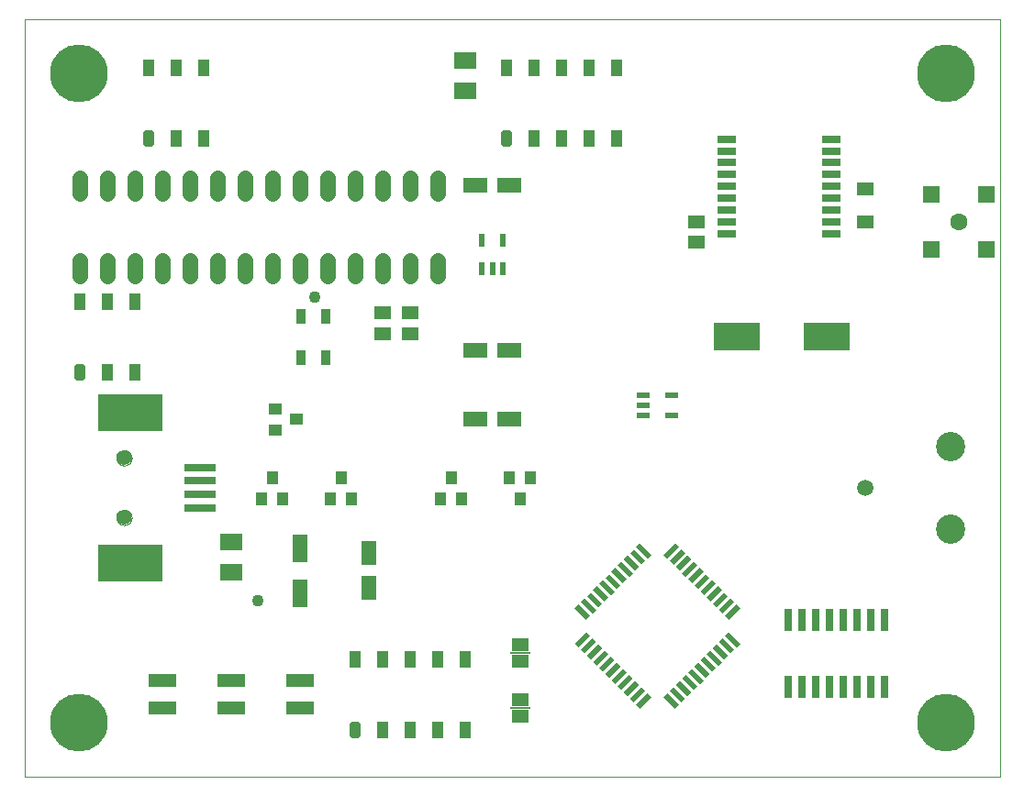
<source format=gts>
G75*
%MOIN*%
%OFA0B0*%
%FSLAX25Y25*%
%IPPOS*%
%LPD*%
%AMOC8*
5,1,8,0,0,1.08239X$1,22.5*
%
%ADD10C,0.00000*%
%ADD11C,0.05562*%
%ADD12R,0.05512X0.10236*%
%ADD13R,0.03937X0.04724*%
%ADD14R,0.07874X0.06299*%
%ADD15R,0.10000X0.05000*%
%ADD16R,0.03937X0.05906*%
%ADD17C,0.01969*%
%ADD18R,0.02600X0.08000*%
%ADD19R,0.05906X0.01969*%
%ADD20R,0.01969X0.05906*%
%ADD21R,0.07100X0.02800*%
%ADD22R,0.05906X0.05118*%
%ADD23R,0.06299X0.04724*%
%ADD24R,0.06300X0.04600*%
%ADD25R,0.07200X0.00600*%
%ADD26R,0.05512X0.08661*%
%ADD27C,0.06299*%
%ADD28R,0.06299X0.06299*%
%ADD29R,0.02200X0.05000*%
%ADD30R,0.03543X0.05512*%
%ADD31C,0.10630*%
%ADD32C,0.05984*%
%ADD33R,0.23780X0.13386*%
%ADD34R,0.11811X0.02756*%
%ADD35C,0.05512*%
%ADD36C,0.21000*%
%ADD37R,0.16929X0.09843*%
%ADD38R,0.04724X0.03937*%
%ADD39R,0.05000X0.02200*%
%ADD40R,0.08661X0.05512*%
%ADD41C,0.04331*%
D10*
X0055902Y0001800D02*
X0055902Y0277391D01*
X0410233Y0277391D01*
X0410233Y0001800D01*
X0055902Y0001800D01*
X0089370Y0096149D02*
X0089372Y0096254D01*
X0089378Y0096359D01*
X0089388Y0096463D01*
X0089402Y0096567D01*
X0089420Y0096671D01*
X0089442Y0096773D01*
X0089467Y0096875D01*
X0089497Y0096976D01*
X0089530Y0097075D01*
X0089567Y0097173D01*
X0089608Y0097270D01*
X0089653Y0097365D01*
X0089701Y0097458D01*
X0089752Y0097550D01*
X0089808Y0097639D01*
X0089866Y0097726D01*
X0089928Y0097811D01*
X0089992Y0097894D01*
X0090060Y0097974D01*
X0090131Y0098051D01*
X0090205Y0098125D01*
X0090282Y0098197D01*
X0090361Y0098266D01*
X0090443Y0098331D01*
X0090527Y0098394D01*
X0090614Y0098453D01*
X0090703Y0098509D01*
X0090794Y0098562D01*
X0090887Y0098611D01*
X0090981Y0098656D01*
X0091077Y0098698D01*
X0091175Y0098736D01*
X0091274Y0098770D01*
X0091375Y0098801D01*
X0091476Y0098827D01*
X0091579Y0098850D01*
X0091682Y0098869D01*
X0091786Y0098884D01*
X0091890Y0098895D01*
X0091995Y0098902D01*
X0092100Y0098905D01*
X0092205Y0098904D01*
X0092310Y0098899D01*
X0092414Y0098890D01*
X0092518Y0098877D01*
X0092622Y0098860D01*
X0092725Y0098839D01*
X0092827Y0098814D01*
X0092928Y0098786D01*
X0093027Y0098753D01*
X0093126Y0098717D01*
X0093223Y0098677D01*
X0093318Y0098634D01*
X0093412Y0098586D01*
X0093504Y0098536D01*
X0093594Y0098482D01*
X0093682Y0098424D01*
X0093767Y0098363D01*
X0093850Y0098299D01*
X0093931Y0098232D01*
X0094009Y0098162D01*
X0094084Y0098088D01*
X0094156Y0098013D01*
X0094226Y0097934D01*
X0094292Y0097853D01*
X0094356Y0097769D01*
X0094416Y0097683D01*
X0094472Y0097595D01*
X0094526Y0097504D01*
X0094576Y0097412D01*
X0094622Y0097318D01*
X0094665Y0097222D01*
X0094704Y0097124D01*
X0094739Y0097026D01*
X0094770Y0096925D01*
X0094798Y0096824D01*
X0094822Y0096722D01*
X0094842Y0096619D01*
X0094858Y0096515D01*
X0094870Y0096411D01*
X0094878Y0096306D01*
X0094882Y0096201D01*
X0094882Y0096097D01*
X0094878Y0095992D01*
X0094870Y0095887D01*
X0094858Y0095783D01*
X0094842Y0095679D01*
X0094822Y0095576D01*
X0094798Y0095474D01*
X0094770Y0095373D01*
X0094739Y0095272D01*
X0094704Y0095174D01*
X0094665Y0095076D01*
X0094622Y0094980D01*
X0094576Y0094886D01*
X0094526Y0094794D01*
X0094472Y0094703D01*
X0094416Y0094615D01*
X0094356Y0094529D01*
X0094292Y0094445D01*
X0094226Y0094364D01*
X0094156Y0094285D01*
X0094084Y0094210D01*
X0094009Y0094136D01*
X0093931Y0094066D01*
X0093850Y0093999D01*
X0093767Y0093935D01*
X0093682Y0093874D01*
X0093594Y0093816D01*
X0093504Y0093762D01*
X0093412Y0093712D01*
X0093318Y0093664D01*
X0093223Y0093621D01*
X0093126Y0093581D01*
X0093027Y0093545D01*
X0092928Y0093512D01*
X0092827Y0093484D01*
X0092725Y0093459D01*
X0092622Y0093438D01*
X0092518Y0093421D01*
X0092414Y0093408D01*
X0092310Y0093399D01*
X0092205Y0093394D01*
X0092100Y0093393D01*
X0091995Y0093396D01*
X0091890Y0093403D01*
X0091786Y0093414D01*
X0091682Y0093429D01*
X0091579Y0093448D01*
X0091476Y0093471D01*
X0091375Y0093497D01*
X0091274Y0093528D01*
X0091175Y0093562D01*
X0091077Y0093600D01*
X0090981Y0093642D01*
X0090887Y0093687D01*
X0090794Y0093736D01*
X0090703Y0093789D01*
X0090614Y0093845D01*
X0090527Y0093904D01*
X0090443Y0093967D01*
X0090361Y0094032D01*
X0090282Y0094101D01*
X0090205Y0094173D01*
X0090131Y0094247D01*
X0090060Y0094324D01*
X0089992Y0094404D01*
X0089928Y0094487D01*
X0089866Y0094572D01*
X0089808Y0094659D01*
X0089752Y0094748D01*
X0089701Y0094840D01*
X0089653Y0094933D01*
X0089608Y0095028D01*
X0089567Y0095125D01*
X0089530Y0095223D01*
X0089497Y0095322D01*
X0089467Y0095423D01*
X0089442Y0095525D01*
X0089420Y0095627D01*
X0089402Y0095731D01*
X0089388Y0095835D01*
X0089378Y0095939D01*
X0089372Y0096044D01*
X0089370Y0096149D01*
X0089370Y0117802D02*
X0089372Y0117907D01*
X0089378Y0118012D01*
X0089388Y0118116D01*
X0089402Y0118220D01*
X0089420Y0118324D01*
X0089442Y0118426D01*
X0089467Y0118528D01*
X0089497Y0118629D01*
X0089530Y0118728D01*
X0089567Y0118826D01*
X0089608Y0118923D01*
X0089653Y0119018D01*
X0089701Y0119111D01*
X0089752Y0119203D01*
X0089808Y0119292D01*
X0089866Y0119379D01*
X0089928Y0119464D01*
X0089992Y0119547D01*
X0090060Y0119627D01*
X0090131Y0119704D01*
X0090205Y0119778D01*
X0090282Y0119850D01*
X0090361Y0119919D01*
X0090443Y0119984D01*
X0090527Y0120047D01*
X0090614Y0120106D01*
X0090703Y0120162D01*
X0090794Y0120215D01*
X0090887Y0120264D01*
X0090981Y0120309D01*
X0091077Y0120351D01*
X0091175Y0120389D01*
X0091274Y0120423D01*
X0091375Y0120454D01*
X0091476Y0120480D01*
X0091579Y0120503D01*
X0091682Y0120522D01*
X0091786Y0120537D01*
X0091890Y0120548D01*
X0091995Y0120555D01*
X0092100Y0120558D01*
X0092205Y0120557D01*
X0092310Y0120552D01*
X0092414Y0120543D01*
X0092518Y0120530D01*
X0092622Y0120513D01*
X0092725Y0120492D01*
X0092827Y0120467D01*
X0092928Y0120439D01*
X0093027Y0120406D01*
X0093126Y0120370D01*
X0093223Y0120330D01*
X0093318Y0120287D01*
X0093412Y0120239D01*
X0093504Y0120189D01*
X0093594Y0120135D01*
X0093682Y0120077D01*
X0093767Y0120016D01*
X0093850Y0119952D01*
X0093931Y0119885D01*
X0094009Y0119815D01*
X0094084Y0119741D01*
X0094156Y0119666D01*
X0094226Y0119587D01*
X0094292Y0119506D01*
X0094356Y0119422D01*
X0094416Y0119336D01*
X0094472Y0119248D01*
X0094526Y0119157D01*
X0094576Y0119065D01*
X0094622Y0118971D01*
X0094665Y0118875D01*
X0094704Y0118777D01*
X0094739Y0118679D01*
X0094770Y0118578D01*
X0094798Y0118477D01*
X0094822Y0118375D01*
X0094842Y0118272D01*
X0094858Y0118168D01*
X0094870Y0118064D01*
X0094878Y0117959D01*
X0094882Y0117854D01*
X0094882Y0117750D01*
X0094878Y0117645D01*
X0094870Y0117540D01*
X0094858Y0117436D01*
X0094842Y0117332D01*
X0094822Y0117229D01*
X0094798Y0117127D01*
X0094770Y0117026D01*
X0094739Y0116925D01*
X0094704Y0116827D01*
X0094665Y0116729D01*
X0094622Y0116633D01*
X0094576Y0116539D01*
X0094526Y0116447D01*
X0094472Y0116356D01*
X0094416Y0116268D01*
X0094356Y0116182D01*
X0094292Y0116098D01*
X0094226Y0116017D01*
X0094156Y0115938D01*
X0094084Y0115863D01*
X0094009Y0115789D01*
X0093931Y0115719D01*
X0093850Y0115652D01*
X0093767Y0115588D01*
X0093682Y0115527D01*
X0093594Y0115469D01*
X0093504Y0115415D01*
X0093412Y0115365D01*
X0093318Y0115317D01*
X0093223Y0115274D01*
X0093126Y0115234D01*
X0093027Y0115198D01*
X0092928Y0115165D01*
X0092827Y0115137D01*
X0092725Y0115112D01*
X0092622Y0115091D01*
X0092518Y0115074D01*
X0092414Y0115061D01*
X0092310Y0115052D01*
X0092205Y0115047D01*
X0092100Y0115046D01*
X0091995Y0115049D01*
X0091890Y0115056D01*
X0091786Y0115067D01*
X0091682Y0115082D01*
X0091579Y0115101D01*
X0091476Y0115124D01*
X0091375Y0115150D01*
X0091274Y0115181D01*
X0091175Y0115215D01*
X0091077Y0115253D01*
X0090981Y0115295D01*
X0090887Y0115340D01*
X0090794Y0115389D01*
X0090703Y0115442D01*
X0090614Y0115498D01*
X0090527Y0115557D01*
X0090443Y0115620D01*
X0090361Y0115685D01*
X0090282Y0115754D01*
X0090205Y0115826D01*
X0090131Y0115900D01*
X0090060Y0115977D01*
X0089992Y0116057D01*
X0089928Y0116140D01*
X0089866Y0116225D01*
X0089808Y0116312D01*
X0089752Y0116401D01*
X0089701Y0116493D01*
X0089653Y0116586D01*
X0089608Y0116681D01*
X0089567Y0116778D01*
X0089530Y0116876D01*
X0089497Y0116975D01*
X0089467Y0117076D01*
X0089442Y0117178D01*
X0089420Y0117280D01*
X0089402Y0117384D01*
X0089388Y0117488D01*
X0089378Y0117592D01*
X0089372Y0117697D01*
X0089370Y0117802D01*
D11*
X0085902Y0184019D02*
X0085902Y0189581D01*
X0075902Y0189581D02*
X0075902Y0184019D01*
X0095902Y0184019D02*
X0095902Y0189581D01*
X0105902Y0189581D02*
X0105902Y0184019D01*
X0115902Y0184019D02*
X0115902Y0189581D01*
X0125902Y0189581D02*
X0125902Y0184019D01*
X0135902Y0184019D02*
X0135902Y0189581D01*
X0145902Y0189581D02*
X0145902Y0184019D01*
X0155902Y0184019D02*
X0155902Y0189581D01*
X0165902Y0189581D02*
X0165902Y0184019D01*
X0175902Y0184019D02*
X0175902Y0189581D01*
X0185902Y0189581D02*
X0185902Y0184019D01*
X0195902Y0184019D02*
X0195902Y0189581D01*
X0205902Y0189581D02*
X0205902Y0184019D01*
X0205902Y0214019D02*
X0205902Y0219581D01*
X0195902Y0219581D02*
X0195902Y0214019D01*
X0185902Y0214019D02*
X0185902Y0219581D01*
X0175902Y0219581D02*
X0175902Y0214019D01*
X0165902Y0214019D02*
X0165902Y0219581D01*
X0155902Y0219581D02*
X0155902Y0214019D01*
X0145902Y0214019D02*
X0145902Y0219581D01*
X0135902Y0219581D02*
X0135902Y0214019D01*
X0125902Y0214019D02*
X0125902Y0219581D01*
X0115902Y0219581D02*
X0115902Y0214019D01*
X0105902Y0214019D02*
X0105902Y0219581D01*
X0095902Y0219581D02*
X0095902Y0214019D01*
X0085902Y0214019D02*
X0085902Y0219581D01*
X0075902Y0219581D02*
X0075902Y0214019D01*
D12*
X0155902Y0084871D03*
X0155902Y0068729D03*
D13*
X0149839Y0102863D03*
X0141965Y0102863D03*
X0145902Y0110737D03*
X0166965Y0102863D03*
X0174839Y0102863D03*
X0170902Y0110737D03*
X0206965Y0102863D03*
X0214839Y0102863D03*
X0210902Y0110737D03*
X0231965Y0110737D03*
X0239839Y0110737D03*
X0235902Y0102863D03*
D14*
X0130902Y0087312D03*
X0130902Y0076288D03*
X0215902Y0251288D03*
X0215902Y0262312D03*
D15*
X0155902Y0036800D03*
X0155902Y0026800D03*
X0130902Y0026800D03*
X0130902Y0036800D03*
X0105902Y0036800D03*
X0105902Y0026800D03*
D16*
X0175902Y0044595D03*
X0185902Y0044595D03*
X0195902Y0044595D03*
X0205902Y0044595D03*
X0215902Y0044595D03*
X0215902Y0019005D03*
X0205902Y0019005D03*
X0195902Y0019005D03*
X0185902Y0019005D03*
X0095902Y0149005D03*
X0085902Y0149005D03*
X0085902Y0174595D03*
X0075902Y0174595D03*
X0095902Y0174595D03*
X0110902Y0234005D03*
X0120902Y0234005D03*
X0120902Y0259595D03*
X0110902Y0259595D03*
X0100902Y0259595D03*
X0230902Y0259595D03*
X0240902Y0259595D03*
X0250902Y0259595D03*
X0260902Y0259595D03*
X0270902Y0259595D03*
X0270902Y0234005D03*
X0260902Y0234005D03*
X0250902Y0234005D03*
X0240902Y0234005D03*
D17*
X0229918Y0232036D02*
X0229918Y0235974D01*
X0231886Y0235974D01*
X0231886Y0232036D01*
X0229918Y0232036D01*
X0229918Y0234004D02*
X0231886Y0234004D01*
X0231886Y0235972D02*
X0229918Y0235972D01*
X0099918Y0235974D02*
X0099918Y0232036D01*
X0099918Y0235974D02*
X0101886Y0235974D01*
X0101886Y0232036D01*
X0099918Y0232036D01*
X0099918Y0234004D02*
X0101886Y0234004D01*
X0101886Y0235972D02*
X0099918Y0235972D01*
X0074918Y0150974D02*
X0074918Y0147036D01*
X0074918Y0150974D02*
X0076886Y0150974D01*
X0076886Y0147036D01*
X0074918Y0147036D01*
X0074918Y0149004D02*
X0076886Y0149004D01*
X0076886Y0150972D02*
X0074918Y0150972D01*
X0174918Y0020974D02*
X0174918Y0017036D01*
X0174918Y0020974D02*
X0176886Y0020974D01*
X0176886Y0017036D01*
X0174918Y0017036D01*
X0174918Y0019004D02*
X0176886Y0019004D01*
X0176886Y0020972D02*
X0174918Y0020972D01*
D18*
X0333402Y0034700D03*
X0338402Y0034700D03*
X0343402Y0034700D03*
X0348402Y0034700D03*
X0353402Y0034700D03*
X0358402Y0034700D03*
X0363402Y0034700D03*
X0368402Y0034700D03*
X0368402Y0058900D03*
X0363402Y0058900D03*
X0358402Y0058900D03*
X0353402Y0058900D03*
X0348402Y0058900D03*
X0343402Y0058900D03*
X0338402Y0058900D03*
X0333402Y0058900D03*
D19*
G36*
X0314576Y0049006D02*
X0310401Y0053181D01*
X0311792Y0054572D01*
X0315967Y0050397D01*
X0314576Y0049006D01*
G37*
G36*
X0312349Y0046779D02*
X0308174Y0050954D01*
X0309565Y0052345D01*
X0313740Y0048170D01*
X0312349Y0046779D01*
G37*
G36*
X0310122Y0044552D02*
X0305947Y0048727D01*
X0307338Y0050118D01*
X0311513Y0045943D01*
X0310122Y0044552D01*
G37*
G36*
X0307895Y0042325D02*
X0303720Y0046500D01*
X0305111Y0047891D01*
X0309286Y0043716D01*
X0307895Y0042325D01*
G37*
G36*
X0305668Y0040098D02*
X0301493Y0044273D01*
X0302884Y0045664D01*
X0307059Y0041489D01*
X0305668Y0040098D01*
G37*
G36*
X0303441Y0037870D02*
X0299266Y0042045D01*
X0300657Y0043436D01*
X0304832Y0039261D01*
X0303441Y0037870D01*
G37*
G36*
X0301214Y0035643D02*
X0297039Y0039818D01*
X0298430Y0041209D01*
X0302605Y0037034D01*
X0301214Y0035643D01*
G37*
G36*
X0298987Y0033416D02*
X0294812Y0037591D01*
X0296203Y0038982D01*
X0300378Y0034807D01*
X0298987Y0033416D01*
G37*
G36*
X0296759Y0031189D02*
X0292584Y0035364D01*
X0293975Y0036755D01*
X0298150Y0032580D01*
X0296759Y0031189D01*
G37*
G36*
X0294532Y0028962D02*
X0290357Y0033137D01*
X0291748Y0034528D01*
X0295923Y0030353D01*
X0294532Y0028962D01*
G37*
G36*
X0292305Y0026735D02*
X0288130Y0030910D01*
X0289521Y0032301D01*
X0293696Y0028126D01*
X0292305Y0026735D01*
G37*
G36*
X0260012Y0059028D02*
X0255837Y0063203D01*
X0257228Y0064594D01*
X0261403Y0060419D01*
X0260012Y0059028D01*
G37*
G36*
X0262239Y0061255D02*
X0258064Y0065430D01*
X0259455Y0066821D01*
X0263630Y0062646D01*
X0262239Y0061255D01*
G37*
G36*
X0264466Y0063482D02*
X0260291Y0067657D01*
X0261682Y0069048D01*
X0265857Y0064873D01*
X0264466Y0063482D01*
G37*
G36*
X0266693Y0065709D02*
X0262518Y0069884D01*
X0263909Y0071275D01*
X0268084Y0067100D01*
X0266693Y0065709D01*
G37*
G36*
X0268921Y0067936D02*
X0264746Y0072111D01*
X0266137Y0073502D01*
X0270312Y0069327D01*
X0268921Y0067936D01*
G37*
G36*
X0271148Y0070164D02*
X0266973Y0074339D01*
X0268364Y0075730D01*
X0272539Y0071555D01*
X0271148Y0070164D01*
G37*
G36*
X0273375Y0072391D02*
X0269200Y0076566D01*
X0270591Y0077957D01*
X0274766Y0073782D01*
X0273375Y0072391D01*
G37*
G36*
X0275602Y0074618D02*
X0271427Y0078793D01*
X0272818Y0080184D01*
X0276993Y0076009D01*
X0275602Y0074618D01*
G37*
G36*
X0277829Y0076845D02*
X0273654Y0081020D01*
X0275045Y0082411D01*
X0279220Y0078236D01*
X0277829Y0076845D01*
G37*
G36*
X0280056Y0079072D02*
X0275881Y0083247D01*
X0277272Y0084638D01*
X0281447Y0080463D01*
X0280056Y0079072D01*
G37*
G36*
X0282283Y0081299D02*
X0278108Y0085474D01*
X0279499Y0086865D01*
X0283674Y0082690D01*
X0282283Y0081299D01*
G37*
D20*
G36*
X0289521Y0081299D02*
X0288130Y0082690D01*
X0292305Y0086865D01*
X0293696Y0085474D01*
X0289521Y0081299D01*
G37*
G36*
X0291748Y0079072D02*
X0290357Y0080463D01*
X0294532Y0084638D01*
X0295923Y0083247D01*
X0291748Y0079072D01*
G37*
G36*
X0293975Y0076845D02*
X0292584Y0078236D01*
X0296759Y0082411D01*
X0298150Y0081020D01*
X0293975Y0076845D01*
G37*
G36*
X0296203Y0074618D02*
X0294812Y0076009D01*
X0298987Y0080184D01*
X0300378Y0078793D01*
X0296203Y0074618D01*
G37*
G36*
X0298430Y0072391D02*
X0297039Y0073782D01*
X0301214Y0077957D01*
X0302605Y0076566D01*
X0298430Y0072391D01*
G37*
G36*
X0300657Y0070164D02*
X0299266Y0071555D01*
X0303441Y0075730D01*
X0304832Y0074339D01*
X0300657Y0070164D01*
G37*
G36*
X0302884Y0067936D02*
X0301493Y0069327D01*
X0305668Y0073502D01*
X0307059Y0072111D01*
X0302884Y0067936D01*
G37*
G36*
X0305111Y0065709D02*
X0303720Y0067100D01*
X0307895Y0071275D01*
X0309286Y0069884D01*
X0305111Y0065709D01*
G37*
G36*
X0307338Y0063482D02*
X0305947Y0064873D01*
X0310122Y0069048D01*
X0311513Y0067657D01*
X0307338Y0063482D01*
G37*
G36*
X0309565Y0061255D02*
X0308174Y0062646D01*
X0312349Y0066821D01*
X0313740Y0065430D01*
X0309565Y0061255D01*
G37*
G36*
X0311792Y0059028D02*
X0310401Y0060419D01*
X0314576Y0064594D01*
X0315967Y0063203D01*
X0311792Y0059028D01*
G37*
G36*
X0277272Y0028962D02*
X0275881Y0030353D01*
X0280056Y0034528D01*
X0281447Y0033137D01*
X0277272Y0028962D01*
G37*
G36*
X0279499Y0026735D02*
X0278108Y0028126D01*
X0282283Y0032301D01*
X0283674Y0030910D01*
X0279499Y0026735D01*
G37*
G36*
X0275045Y0031189D02*
X0273654Y0032580D01*
X0277829Y0036755D01*
X0279220Y0035364D01*
X0275045Y0031189D01*
G37*
G36*
X0272818Y0033416D02*
X0271427Y0034807D01*
X0275602Y0038982D01*
X0276993Y0037591D01*
X0272818Y0033416D01*
G37*
G36*
X0270591Y0035643D02*
X0269200Y0037034D01*
X0273375Y0041209D01*
X0274766Y0039818D01*
X0270591Y0035643D01*
G37*
G36*
X0268364Y0037870D02*
X0266973Y0039261D01*
X0271148Y0043436D01*
X0272539Y0042045D01*
X0268364Y0037870D01*
G37*
G36*
X0266137Y0040098D02*
X0264746Y0041489D01*
X0268921Y0045664D01*
X0270312Y0044273D01*
X0266137Y0040098D01*
G37*
G36*
X0263909Y0042325D02*
X0262518Y0043716D01*
X0266693Y0047891D01*
X0268084Y0046500D01*
X0263909Y0042325D01*
G37*
G36*
X0261682Y0044552D02*
X0260291Y0045943D01*
X0264466Y0050118D01*
X0265857Y0048727D01*
X0261682Y0044552D01*
G37*
G36*
X0259455Y0046779D02*
X0258064Y0048170D01*
X0262239Y0052345D01*
X0263630Y0050954D01*
X0259455Y0046779D01*
G37*
G36*
X0257228Y0049006D02*
X0255837Y0050397D01*
X0260012Y0054572D01*
X0261403Y0053181D01*
X0257228Y0049006D01*
G37*
D21*
X0310984Y0199302D03*
X0310984Y0203602D03*
X0310984Y0207902D03*
X0310984Y0212202D03*
X0310984Y0216502D03*
X0310984Y0220802D03*
X0310984Y0225102D03*
X0310984Y0229402D03*
X0310984Y0233702D03*
X0349149Y0233702D03*
X0349149Y0229402D03*
X0349149Y0225102D03*
X0349149Y0220802D03*
X0349149Y0216502D03*
X0349149Y0212202D03*
X0349149Y0207902D03*
X0349149Y0203602D03*
X0349149Y0199302D03*
D22*
X0299954Y0196083D03*
X0299954Y0203564D03*
X0195902Y0170540D03*
X0195902Y0163060D03*
X0185902Y0163060D03*
X0185902Y0170540D03*
D23*
X0361468Y0203642D03*
X0361468Y0215453D03*
D24*
X0235902Y0049800D03*
X0235902Y0043800D03*
X0235902Y0029800D03*
X0235902Y0023800D03*
D25*
X0235902Y0026800D03*
X0235902Y0046800D03*
D26*
X0180902Y0070501D03*
X0180902Y0083099D03*
D27*
X0395433Y0203639D03*
D28*
X0405433Y0193639D03*
X0385433Y0193639D03*
X0385433Y0213639D03*
X0405433Y0213639D03*
D29*
X0229602Y0196900D03*
X0222202Y0196900D03*
X0222202Y0186700D03*
X0225902Y0186700D03*
X0229602Y0186700D03*
D30*
X0165430Y0169280D03*
X0156375Y0169280D03*
X0156375Y0154320D03*
X0165430Y0154320D03*
D31*
X0392223Y0121761D03*
X0392223Y0091839D03*
D32*
X0361515Y0106800D03*
D33*
X0094409Y0079731D03*
X0094409Y0134219D03*
D34*
X0119685Y0114338D03*
X0119685Y0109416D03*
X0119685Y0104534D03*
X0119685Y0099613D03*
D35*
X0092126Y0096149D03*
X0092126Y0117802D03*
D36*
X0075587Y0021485D03*
X0390548Y0021485D03*
X0390548Y0257706D03*
X0075587Y0257706D03*
D37*
X0314564Y0161800D03*
X0347241Y0161800D03*
D38*
X0154839Y0131800D03*
X0146965Y0127863D03*
X0146965Y0135737D03*
D39*
X0280802Y0136800D03*
X0280802Y0133100D03*
X0280802Y0140500D03*
X0291002Y0140500D03*
X0291002Y0133100D03*
D40*
X0232201Y0131800D03*
X0219603Y0131800D03*
X0219603Y0156800D03*
X0232201Y0156800D03*
X0232201Y0216800D03*
X0219603Y0216800D03*
D41*
X0161256Y0176364D03*
X0140760Y0065946D03*
M02*

</source>
